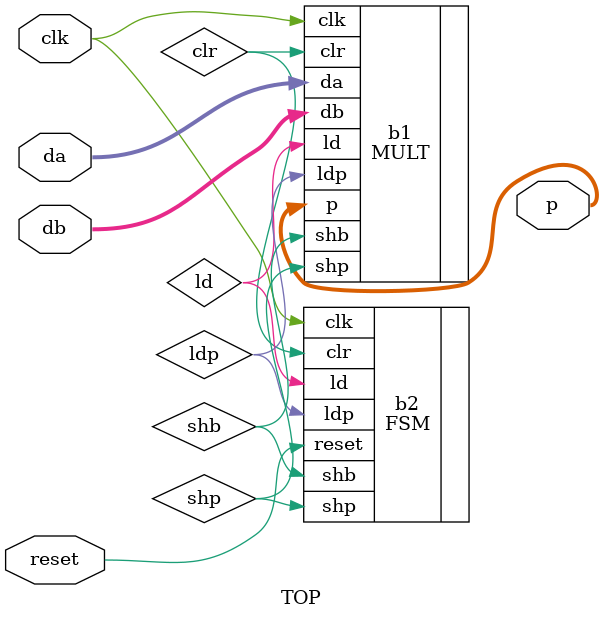
<source format=v>
`timescale 1ns / 1ps


module TOP(reset,clk,da,db,p);
input reset,clk;
input[3:0] da,db;
output[8:0] p;

wire shb,ld,clr,ldp,shp;

MULT b1(.da(da),.db(db),.p(p),.ld(ld),.shb(shb),.clr(clr),.clk(clk),.shp(shp),.ldp(ldp));
FSM b2(.reset(reset),.clk(clk),.shb(shb),.ld(ld),.clr(clr),.ldp(ldp),.shp(shp));

endmodule
</source>
